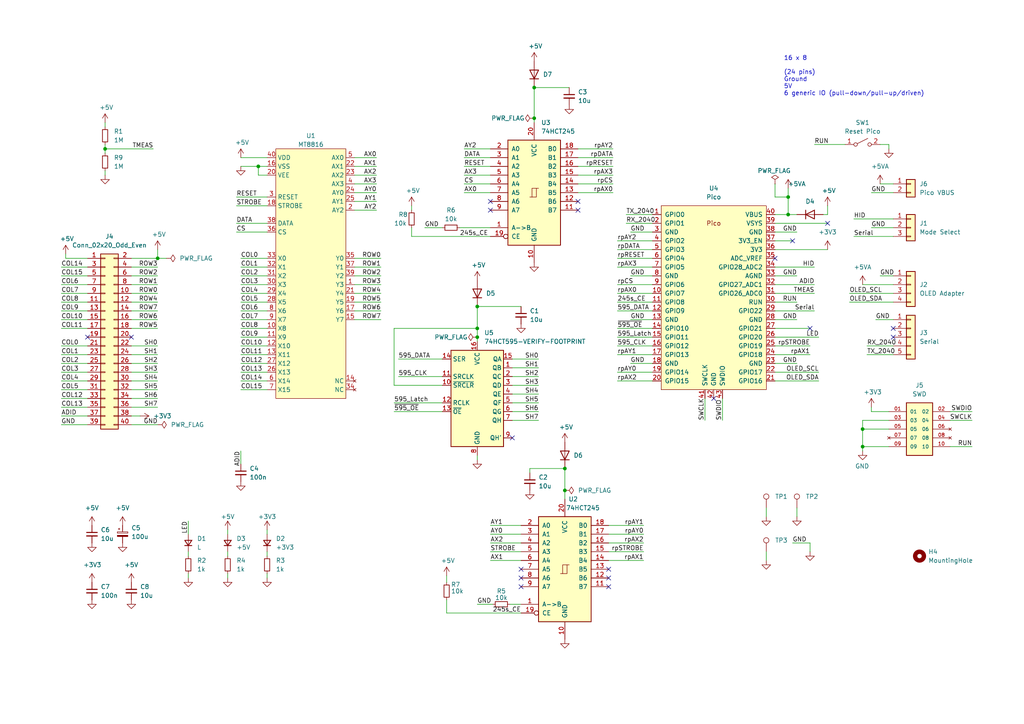
<source format=kicad_sch>
(kicad_sch (version 20211123) (generator eeschema)
  (paper "A4")
  (junction (at 45.72 74.93))
  (junction (at 138.43 88.9))
  (junction (at 228.6 57.15))
  (junction (at 154.94 34.29))
  (junction (at 30.48 43.18))
  (junction (at 250.19 129.54))
  (junction (at 163.83 142.24))
  (junction (at 250.19 124.46))
  (junction (at 228.6 62.23))
  (junction (at 154.94 25.4))
  (junction (at 74.93 48.26))
  (junction (at 138.43 97.79))
  (junction (at 138.43 95.25))
  (junction (at 163.83 135.89))
  (no_connect (at 259.08 97.79))
  (no_connect (at 259.08 95.25))
  (no_connect (at 38.1 97.79))
  (no_connect (at 25.4 97.79))
  (no_connect (at 240.03 64.77))
  (no_connect (at 234.95 95.25))
  (no_connect (at 229.87 69.85))
  (no_connect (at 224.79 74.93))
  (no_connect (at 148.59 127))
  (no_connect (at 151.13 167.64))
  (no_connect (at 151.13 170.18))
  (no_connect (at 151.13 165.1))
  (no_connect (at 176.53 165.1))
  (no_connect (at 176.53 170.18))
  (no_connect (at 176.53 167.64))
  (no_connect (at 167.64 58.42))
  (no_connect (at 167.64 60.96))
  (no_connect (at 142.24 60.96))
  (no_connect (at 142.24 58.42))
  (no_connect (at 207.01 115.57))
  (wire (pts (xy 224.79 107.95) (xy 237.49 107.95)))
  (wire (pts (xy 186.69 154.94) (xy 176.53 154.94)))
  (wire (pts (xy 148.59 114.3) (xy 156.21 114.3)))
  (wire (pts (xy 177.8 45.72) (xy 167.64 45.72)))
  (wire (pts (xy 69.85 45.72) (xy 77.47 45.72)))
  (wire (pts (xy 69.85 80.01) (xy 77.47 80.01)))
  (wire (pts (xy 77.47 160.02) (xy 77.47 161.29)))
  (wire (pts (xy 54.61 166.37) (xy 54.61 167.64)))
  (wire (pts (xy 148.59 119.38) (xy 156.21 119.38)))
  (wire (pts (xy 17.78 118.11) (xy 25.4 118.11)))
  (wire (pts (xy 102.87 87.63) (xy 110.49 87.63)))
  (wire (pts (xy 114.3 119.38) (xy 128.27 119.38)))
  (wire (pts (xy 179.07 102.87) (xy 189.23 102.87)))
  (wire (pts (xy 250.19 124.46) (xy 257.81 124.46)))
  (wire (pts (xy 224.79 64.77) (xy 240.03 64.77)))
  (wire (pts (xy 142.24 160.02) (xy 151.13 160.02)))
  (wire (pts (xy 204.47 115.57) (xy 204.47 121.92)))
  (wire (pts (xy 74.93 50.8) (xy 74.93 48.26)))
  (wire (pts (xy 134.62 50.8) (xy 142.24 50.8)))
  (wire (pts (xy 186.69 157.48) (xy 176.53 157.48)))
  (wire (pts (xy 119.38 66.04) (xy 119.38 68.58)))
  (wire (pts (xy 38.1 92.71) (xy 45.72 92.71)))
  (wire (pts (xy 179.07 87.63) (xy 189.23 87.63)))
  (wire (pts (xy 69.85 87.63) (xy 77.47 87.63)))
  (wire (pts (xy 153.67 135.89) (xy 163.83 135.89)))
  (wire (pts (xy 234.95 100.33) (xy 224.79 100.33)))
  (wire (pts (xy 182.88 92.71) (xy 189.23 92.71)))
  (wire (pts (xy 177.8 55.88) (xy 167.64 55.88)))
  (wire (pts (xy 69.85 110.49) (xy 77.47 110.49)))
  (wire (pts (xy 17.78 102.87) (xy 25.4 102.87)))
  (wire (pts (xy 69.85 107.95) (xy 77.47 107.95)))
  (wire (pts (xy 114.3 116.84) (xy 128.27 116.84)))
  (wire (pts (xy 177.8 53.34) (xy 167.64 53.34)))
  (wire (pts (xy 17.78 80.01) (xy 25.4 80.01)))
  (wire (pts (xy 38.1 118.11) (xy 45.72 118.11)))
  (wire (pts (xy 228.6 57.15) (xy 228.6 62.23)))
  (wire (pts (xy 234.95 160.02) (xy 234.95 157.48)))
  (wire (pts (xy 38.1 107.95) (xy 45.72 107.95)))
  (wire (pts (xy 68.58 67.31) (xy 77.47 67.31)))
  (wire (pts (xy 102.87 58.42) (xy 109.22 58.42)))
  (wire (pts (xy 45.72 123.19) (xy 38.1 123.19)))
  (wire (pts (xy 142.24 152.4) (xy 151.13 152.4)))
  (wire (pts (xy 154.94 25.4) (xy 154.94 34.29)))
  (wire (pts (xy 102.87 74.93) (xy 110.49 74.93)))
  (wire (pts (xy 275.59 119.38) (xy 281.94 119.38)))
  (wire (pts (xy 153.67 137.16) (xy 153.67 135.89)))
  (wire (pts (xy 231.14 80.01) (xy 224.79 80.01)))
  (wire (pts (xy 138.43 132.08) (xy 138.43 133.35)))
  (wire (pts (xy 69.85 113.03) (xy 77.47 113.03)))
  (wire (pts (xy 179.07 110.49) (xy 189.23 110.49)))
  (wire (pts (xy 179.07 100.33) (xy 189.23 100.33)))
  (wire (pts (xy 228.6 54.61) (xy 228.6 57.15)))
  (wire (pts (xy 181.61 62.23) (xy 189.23 62.23)))
  (wire (pts (xy 186.69 152.4) (xy 176.53 152.4)))
  (wire (pts (xy 119.38 59.69) (xy 119.38 60.96)))
  (wire (pts (xy 236.22 77.47) (xy 224.79 77.47)))
  (wire (pts (xy 38.1 87.63) (xy 45.72 87.63)))
  (wire (pts (xy 38.1 74.93) (xy 45.72 74.93)))
  (wire (pts (xy 250.19 82.55) (xy 259.08 82.55)))
  (wire (pts (xy 102.87 92.71) (xy 110.49 92.71)))
  (wire (pts (xy 123.19 66.04) (xy 128.27 66.04)))
  (wire (pts (xy 224.79 90.17) (xy 236.22 90.17)))
  (wire (pts (xy 179.07 82.55) (xy 189.23 82.55)))
  (wire (pts (xy 138.43 95.25) (xy 114.3 95.25)))
  (wire (pts (xy 30.48 43.18) (xy 44.45 43.18)))
  (wire (pts (xy 129.54 167.005) (xy 129.54 168.91)))
  (wire (pts (xy 17.78 77.47) (xy 25.4 77.47)))
  (wire (pts (xy 179.07 90.17) (xy 189.23 90.17)))
  (wire (pts (xy 177.8 48.26) (xy 167.64 48.26)))
  (wire (pts (xy 38.1 115.57) (xy 45.72 115.57)))
  (wire (pts (xy 19.05 74.93) (xy 19.05 73.66)))
  (wire (pts (xy 250.19 121.92) (xy 250.19 124.46)))
  (wire (pts (xy 102.87 48.26) (xy 109.22 48.26)))
  (wire (pts (xy 17.78 110.49) (xy 25.4 110.49)))
  (wire (pts (xy 250.19 124.46) (xy 250.19 129.54)))
  (wire (pts (xy 17.78 113.03) (xy 25.4 113.03)))
  (wire (pts (xy 240.03 62.23) (xy 238.76 62.23)))
  (wire (pts (xy 224.79 62.23) (xy 228.6 62.23)))
  (wire (pts (xy 45.72 72.39) (xy 45.72 74.93)))
  (wire (pts (xy 247.65 63.5) (xy 259.08 63.5)))
  (wire (pts (xy 30.48 49.53) (xy 30.48 50.8)))
  (wire (pts (xy 148.59 121.92) (xy 156.21 121.92)))
  (wire (pts (xy 179.07 85.09) (xy 189.23 85.09)))
  (wire (pts (xy 147.955 175.26) (xy 151.13 175.26)))
  (wire (pts (xy 177.8 50.8) (xy 167.64 50.8)))
  (wire (pts (xy 38.1 110.49) (xy 45.72 110.49)))
  (wire (pts (xy 38.1 120.65) (xy 40.64 120.65)))
  (wire (pts (xy 247.65 68.58) (xy 259.08 68.58)))
  (wire (pts (xy 255.27 80.01) (xy 259.08 80.01)))
  (wire (pts (xy 128.27 111.76) (xy 114.3 111.76)))
  (wire (pts (xy 66.04 166.37) (xy 66.04 167.64)))
  (wire (pts (xy 163.83 135.89) (xy 163.83 142.24)))
  (wire (pts (xy 224.79 72.39) (xy 240.03 72.39)))
  (wire (pts (xy 275.59 121.92) (xy 281.94 121.92)))
  (wire (pts (xy 69.85 74.93) (xy 77.47 74.93)))
  (wire (pts (xy 30.48 41.91) (xy 30.48 43.18)))
  (wire (pts (xy 17.78 105.41) (xy 25.4 105.41)))
  (wire (pts (xy 54.61 160.02) (xy 54.61 161.29)))
  (wire (pts (xy 182.88 80.01) (xy 189.23 80.01)))
  (wire (pts (xy 255.27 41.91) (xy 257.81 41.91)))
  (wire (pts (xy 229.87 157.48) (xy 234.95 157.48)))
  (wire (pts (xy 138.43 175.26) (xy 142.875 175.26)))
  (wire (pts (xy 142.24 162.56) (xy 151.13 162.56)))
  (wire (pts (xy 69.85 100.33) (xy 77.47 100.33)))
  (wire (pts (xy 148.59 116.84) (xy 156.21 116.84)))
  (wire (pts (xy 231.14 92.71) (xy 224.79 92.71)))
  (wire (pts (xy 189.23 69.85) (xy 179.07 69.85)))
  (wire (pts (xy 25.4 120.65) (xy 17.78 120.65)))
  (wire (pts (xy 69.85 97.79) (xy 77.47 97.79)))
  (wire (pts (xy 234.95 102.87) (xy 224.79 102.87)))
  (wire (pts (xy 102.87 45.72) (xy 109.22 45.72)))
  (wire (pts (xy 69.85 77.47) (xy 77.47 77.47)))
  (wire (pts (xy 74.93 50.8) (xy 77.47 50.8)))
  (wire (pts (xy 251.46 100.33) (xy 259.08 100.33)))
  (wire (pts (xy 142.24 154.94) (xy 151.13 154.94)))
  (wire (pts (xy 38.1 102.87) (xy 45.72 102.87)))
  (wire (pts (xy 154.94 25.4) (xy 165.1 25.4)))
  (wire (pts (xy 38.1 105.41) (xy 45.72 105.41)))
  (wire (pts (xy 54.61 151.13) (xy 54.61 154.94)))
  (wire (pts (xy 134.62 45.72) (xy 142.24 45.72)))
  (wire (pts (xy 115.57 109.22) (xy 128.27 109.22)))
  (wire (pts (xy 179.07 72.39) (xy 189.23 72.39)))
  (wire (pts (xy 231.14 105.41) (xy 224.79 105.41)))
  (wire (pts (xy 30.48 35.56) (xy 30.48 36.83)))
  (wire (pts (xy 102.87 90.17) (xy 110.49 90.17)))
  (wire (pts (xy 224.79 97.79) (xy 237.49 97.79)))
  (wire (pts (xy 17.78 85.09) (xy 25.4 85.09)))
  (wire (pts (xy 102.87 77.47) (xy 110.49 77.47)))
  (wire (pts (xy 38.1 85.09) (xy 45.72 85.09)))
  (wire (pts (xy 69.85 48.26) (xy 74.93 48.26)))
  (wire (pts (xy 257.81 41.91) (xy 257.81 43.18)))
  (wire (pts (xy 68.58 59.69) (xy 77.47 59.69)))
  (wire (pts (xy 102.87 85.09) (xy 110.49 85.09)))
  (wire (pts (xy 148.59 111.76) (xy 156.21 111.76)))
  (wire (pts (xy 257.81 119.38) (xy 252.73 119.38)))
  (wire (pts (xy 142.24 157.48) (xy 151.13 157.48)))
  (wire (pts (xy 69.85 85.09) (xy 77.47 85.09)))
  (wire (pts (xy 102.87 80.01) (xy 110.49 80.01)))
  (wire (pts (xy 250.19 129.54) (xy 250.19 130.81)))
  (wire (pts (xy 182.88 105.41) (xy 189.23 105.41)))
  (wire (pts (xy 236.22 41.91) (xy 245.11 41.91)))
  (wire (pts (xy 148.59 109.22) (xy 156.21 109.22)))
  (wire (pts (xy 154.94 34.29) (xy 154.94 35.56)))
  (wire (pts (xy 224.79 69.85) (xy 229.87 69.85)))
  (wire (pts (xy 224.79 87.63) (xy 231.14 87.63)))
  (wire (pts (xy 182.88 67.31) (xy 189.23 67.31)))
  (wire (pts (xy 17.78 115.57) (xy 25.4 115.57)))
  (wire (pts (xy 17.78 107.95) (xy 25.4 107.95)))
  (wire (pts (xy 189.23 77.47) (xy 179.07 77.47)))
  (wire (pts (xy 179.07 74.93) (xy 189.23 74.93)))
  (wire (pts (xy 222.25 147.32) (xy 222.25 149.86)))
  (wire (pts (xy 255.27 53.34) (xy 259.08 53.34)))
  (wire (pts (xy 17.78 100.33) (xy 25.4 100.33)))
  (wire (pts (xy 259.08 85.09) (xy 246.38 85.09)))
  (wire (pts (xy 138.43 97.79) (xy 138.43 99.06)))
  (wire (pts (xy 224.79 53.34) (xy 224.79 57.15)))
  (wire (pts (xy 17.78 92.71) (xy 25.4 92.71)))
  (wire (pts (xy 38.1 77.47) (xy 45.72 77.47)))
  (wire (pts (xy 38.1 95.25) (xy 45.72 95.25)))
  (wire (pts (xy 45.72 74.93) (xy 48.26 74.93)))
  (wire (pts (xy 66.04 160.02) (xy 66.04 161.29)))
  (wire (pts (xy 25.4 74.93) (xy 19.05 74.93)))
  (wire (pts (xy 148.59 106.68) (xy 156.21 106.68)))
  (wire (pts (xy 236.22 82.55) (xy 224.79 82.55)))
  (wire (pts (xy 148.59 104.14) (xy 156.21 104.14)))
  (wire (pts (xy 68.58 57.15) (xy 77.47 57.15)))
  (wire (pts (xy 250.19 129.54) (xy 257.81 129.54)))
  (wire (pts (xy 224.79 85.09) (xy 236.22 85.09)))
  (wire (pts (xy 231.14 147.32) (xy 231.14 149.86)))
  (wire (pts (xy 69.85 95.25) (xy 77.47 95.25)))
  (wire (pts (xy 102.87 60.96) (xy 109.22 60.96)))
  (wire (pts (xy 38.1 100.33) (xy 45.72 100.33)))
  (wire (pts (xy 259.08 87.63) (xy 246.38 87.63)))
  (wire (pts (xy 38.1 80.01) (xy 45.72 80.01)))
  (wire (pts (xy 38.1 113.03) (xy 45.72 113.03)))
  (wire (pts (xy 179.07 107.95) (xy 189.23 107.95)))
  (wire (pts (xy 224.79 57.15) (xy 228.6 57.15)))
  (wire (pts (xy 114.3 95.25) (xy 114.3 111.76)))
  (wire (pts (xy 252.73 66.04) (xy 259.08 66.04)))
  (wire (pts (xy 177.8 43.18) (xy 167.64 43.18)))
  (wire (pts (xy 209.55 115.57) (xy 209.55 121.92)))
  (wire (pts (xy 77.47 153.67) (xy 77.47 154.94)))
  (wire (pts (xy 252.73 55.88) (xy 259.08 55.88)))
  (wire (pts (xy 69.85 82.55) (xy 77.47 82.55)))
  (wire (pts (xy 186.69 162.56) (xy 176.53 162.56)))
  (wire (pts (xy 134.62 55.88) (xy 142.24 55.88)))
  (wire (pts (xy 134.62 53.34) (xy 142.24 53.34)))
  (wire (pts (xy 251.46 102.87) (xy 259.08 102.87)))
  (wire (pts (xy 186.69 160.02) (xy 176.53 160.02)))
  (wire (pts (xy 179.07 97.79) (xy 189.23 97.79)))
  (wire (pts (xy 77.47 166.37) (xy 77.47 167.64)))
  (wire (pts (xy 129.54 173.99) (xy 129.54 177.8)))
  (wire (pts (xy 228.6 62.23) (xy 231.14 62.23)))
  (wire (pts (xy 38.1 82.55) (xy 45.72 82.55)))
  (wire (pts (xy 68.58 64.77) (xy 77.47 64.77)))
  (wire (pts (xy 254 92.71) (xy 259.08 92.71)))
  (wire (pts (xy 163.83 142.24) (xy 163.83 144.78)))
  (wire (pts (xy 222.25 160.02) (xy 222.25 162.56)))
  (wire (pts (xy 224.79 110.49) (xy 237.49 110.49)))
  (wire (pts (xy 231.14 67.31) (xy 224.79 67.31)))
  (wire (pts (xy 224.79 95.25) (xy 234.95 95.25)))
  (wire (pts (xy 102.87 53.34) (xy 109.22 53.34)))
  (wire (pts (xy 17.78 82.55) (xy 25.4 82.55)))
  (wire (pts (xy 119.38 68.58) (xy 142.24 68.58)))
  (wire (pts (xy 138.43 88.9) (xy 151.13 88.9)))
  (wire (pts (xy 66.04 153.67) (xy 66.04 154.94)))
  (wire (pts (xy 17.78 90.17) (xy 25.4 90.17)))
  (wire (pts (xy 69.85 102.87) (xy 77.47 102.87)))
  (wire (pts (xy 17.78 87.63) (xy 25.4 87.63)))
  (wire (pts (xy 138.43 95.25) (xy 138.43 97.79)))
  (wire (pts (xy 134.62 43.18) (xy 142.24 43.18)))
  (wire (pts (xy 179.07 95.25) (xy 189.23 95.25)))
  (wire (pts (xy 134.62 48.26) (xy 142.24 48.26)))
  (wire (pts (xy 69.85 92.71) (xy 77.47 92.71)))
  (wire (pts (xy 17.78 123.19) (xy 25.4 123.19)))
  (wire (pts (xy 133.35 66.04) (xy 142.24 66.04)))
  (wire (pts (xy 102.87 82.55) (xy 110.49 82.55)))
  (wire (pts (xy 129.54 177.8) (xy 151.13 177.8)))
  (wire (pts (xy 102.87 55.88) (xy 109.22 55.88)))
  (wire (pts (xy 115.57 104.14) (xy 128.27 104.14)))
  (wire (pts (xy 38.1 90.17) (xy 45.72 90.17)))
  (wire (pts (xy 252.73 119.38) (xy 252.73 118.11)))
  (wire (pts (xy 69.85 90.17) (xy 77.47 90.17)))
  (wire (pts (xy 275.59 129.54) (xy 281.94 129.54)))
  (wire (pts (xy 181.61 64.77) (xy 189.23 64.77)))
  (wire (pts (xy 250.19 121.92) (xy 257.81 121.92)))
  (wire (pts (xy 240.03 59.69) (xy 240.03 62.23)))
  (wire (pts (xy 74.93 48.26) (xy 77.47 48.26)))
  (wire (pts (xy 17.78 95.25) (xy 25.4 95.25)))
  (wire (pts (xy 69.85 105.41) (xy 77.47 105.41)))
  (wire (pts (xy 102.87 50.8) (xy 109.22 50.8)))
  (wire (pts (xy 69.85 130.81) (xy 69.85 134.62)))
  (wire (pts (xy 138.43 88.9) (xy 138.43 95.25)))
  (wire (pts (xy 30.48 43.18) (xy 30.48 44.45)))
  (text "16 x 8  \n\n(24 pins)\nGround\n5V\n6 generic IO (pull-down/pull-up/driven)" (at 227.33 27.94 0) (effects (font (size 1.27 1.27)) (justify left bottom)))
  (text "* MT8816 selectable power between target and Pico\n* Buffers selectable power\n" (at 306.07 69.85 0) (effects (font (size 1.27 1.27)) (justify left bottom)))
  (label "AX1" (at 142.24 162.56 0))
  (label "COL9" (at 17.78 90.17 0))
  (label "COL15" (at 69.85 113.03 0))
  (label "COL2" (at 69.85 80.01 0))
  (label "GND" (at 182.88 92.71 0))
  (label "SH7" (at 156.21 121.92 180))
  (label "rpAX1" (at 234.95 102.87 180))
  (label "GND" (at 252.73 66.04 0))
  (label "rpCS" (at 177.8 53.34 180))
  (label "COL9" (at 69.85 97.79 0))
  (label "rpDATA" (at 179.07 72.39 0))
  (label "ROW2" (at 110.49 80.01 180))
  (label "rpAX2" (at 186.69 157.48 180))
  (label "COL12" (at 69.85 105.41 0))
  (label "rpAX3" (at 179.07 77.47 0))
  (label "COL13" (at 17.78 118.11 0))
  (label "ROW7" (at 45.72 90.17 180))
  (label "GND" (at 231.14 80.01 180))
  (label "rpAY1" (at 179.07 102.87 0))
  (label "rpCS" (at 179.07 82.55 0))
  (label "DATA" (at 68.58 64.77 0))
  (label "SH6" (at 156.21 119.38 180))
  (label "SH5" (at 45.72 113.03 180))
  (label "GND" (at 252.73 55.88 0))
  (label "COL10" (at 17.78 92.71 0))
  (label "rpSTROBE" (at 186.69 160.02 180))
  (label "595_Latch" (at 114.3 116.84 0))
  (label "ROW0" (at 45.72 85.09 180))
  (label "RUN" (at 281.94 129.54 180))
  (label "rpAY0" (at 179.07 107.95 0))
  (label "ROW1" (at 110.49 77.47 180))
  (label "SH4" (at 45.72 110.49 180))
  (label "AX3" (at 134.62 50.8 0))
  (label "OLED_SCL" (at 246.38 85.09 0))
  (label "AY0" (at 109.22 55.88 180))
  (label "RESET" (at 134.62 48.26 0))
  (label "SH3" (at 156.21 111.76 180))
  (label "ADID" (at 69.85 130.81 270))
  (label "ROW1" (at 45.72 82.55 180))
  (label "COL8" (at 69.85 95.25 0))
  (label "COL13" (at 69.85 107.95 0))
  (label "GND" (at 182.88 67.31 0))
  (label "SH7" (at 45.72 118.11 180))
  (label "rpAY2" (at 177.8 43.18 180))
  (label "RUN" (at 236.22 41.91 0))
  (label "595_CLK" (at 179.07 100.33 0))
  (label "COL15" (at 17.78 80.01 0))
  (label "AY0" (at 142.24 154.94 0))
  (label "Serial" (at 247.65 68.58 0))
  (label "COL3" (at 17.78 107.95 0))
  (label "SH1" (at 156.21 106.68 180))
  (label "SH3" (at 45.72 107.95 180))
  (label "CS" (at 68.58 67.31 0))
  (label "rpAY1" (at 186.69 152.4 180))
  (label "245s_CE" (at 179.07 87.63 0))
  (label "ROW6" (at 110.49 90.17 180))
  (label "COL6" (at 17.78 82.55 0))
  (label "TMEAS" (at 236.22 85.09 180))
  (label "AY1" (at 109.22 58.42 180))
  (label "AX1" (at 109.22 48.26 180))
  (label "595_Latch" (at 179.07 97.79 0))
  (label "TMEAS" (at 44.45 43.18 180))
  (label "OLED_SDA" (at 246.38 87.63 0))
  (label "COL11" (at 69.85 102.87 0))
  (label "COL3" (at 69.85 82.55 0))
  (label "rpAX1" (at 186.69 162.56 180))
  (label "SH2" (at 45.72 105.41 180))
  (label "ROW0" (at 110.49 74.93 180))
  (label "COL7" (at 69.85 92.71 0))
  (label "AX0" (at 109.22 45.72 180))
  (label "COL5" (at 69.85 87.63 0))
  (label "RX_2040" (at 181.61 64.77 0))
  (label "SH6" (at 45.72 115.57 180))
  (label "SH5" (at 156.21 116.84 180))
  (label "AY2" (at 134.62 43.18 0))
  (label "SH0" (at 45.72 100.33 180))
  (label "RUN" (at 231.14 87.63 180))
  (label "COL2" (at 17.78 105.41 0))
  (label "GND" (at 45.72 123.19 180))
  (label "ADID" (at 17.78 120.65 0))
  (label "GND" (at 182.88 105.41 0))
  (label "GND" (at 231.14 92.71 180))
  (label "rpAX0" (at 179.07 85.09 0))
  (label "ROW2" (at 45.72 80.01 180))
  (label "STROBE" (at 142.24 160.02 0))
  (label "rpRESET" (at 177.8 48.26 180))
  (label "COL4" (at 17.78 110.49 0))
  (label "COL14" (at 17.78 77.47 0))
  (label "COL10" (at 69.85 100.33 0))
  (label "245s_CE" (at 133.35 68.58 0))
  (label "LED" (at 237.49 97.79 180))
  (label "COL0" (at 17.78 100.33 0))
  (label "TX_2040" (at 251.46 102.87 0))
  (label "ROW5" (at 110.49 87.63 180))
  (label "rpAY0" (at 186.69 154.94 180))
  (label "AX3" (at 109.22 53.34 180))
  (label "COL5" (at 17.78 113.03 0))
  (label "595_CLK" (at 115.57 109.22 0))
  (label "TX_2040" (at 181.61 62.23 0))
  (label "rpAX0" (at 177.8 55.88 180))
  (label "HID" (at 236.22 77.47 180))
  (label "HID" (at 247.65 63.5 0))
  (label "rpDATA" (at 177.8 45.72 180))
  (label "SH0" (at 156.21 104.14 180))
  (label "GND" (at 229.87 157.48 0))
  (label "ROW6" (at 45.72 92.71 180))
  (label "COL8" (at 17.78 87.63 0))
  (label "COL7" (at 17.78 85.09 0))
  (label "COL1" (at 17.78 102.87 0))
  (label "GND" (at 231.14 67.31 180))
  (label "CS" (at 134.62 53.34 0))
  (label "SH4" (at 156.21 114.3 180))
  (label "ROW5" (at 45.72 95.25 180))
  (label "GND" (at 254 92.71 0))
  (label "OLED_SDA" (at 237.49 110.49 180))
  (label "AX0" (at 134.62 55.88 0))
  (label "COL14" (at 69.85 110.49 0))
  (label "~{595_OE}" (at 114.3 119.38 0))
  (label "rpSTROBE" (at 234.95 100.33 180))
  (label "SWDIO" (at 281.94 119.38 180))
  (label "245s_CE" (at 142.875 177.8 0))
  (label "GND" (at 138.43 175.26 0))
  (label "GND" (at 123.19 66.04 0))
  (label "GND" (at 17.78 123.19 0))
  (label "ROW7" (at 110.49 92.71 180))
  (label "AX2" (at 142.24 157.48 0))
  (label "rpAX3" (at 177.8 50.8 180))
  (label "STROBE" (at 68.58 59.69 0))
  (label "AY1" (at 142.24 152.4 0))
  (label "ROW4" (at 45.72 87.63 180))
  (label "COL0" (at 69.85 74.93 0))
  (label "GND" (at 182.88 80.01 0))
  (label "ROW4" (at 110.49 85.09 180))
  (label "595_DATA" (at 179.07 90.17 0))
  (label "COL6" (at 69.85 90.17 0))
  (label "COL11" (at 17.78 95.25 0))
  (label "ADID" (at 236.22 82.55 180))
  (label "~{595_OE}" (at 179.07 95.25 0))
  (label "COL1" (at 69.85 77.47 0))
  (label "Serial" (at 236.22 90.17 180))
  (label "rpAX2" (at 179.07 110.49 0))
  (label "DATA" (at 134.62 45.72 0))
  (label "RX_2040" (at 251.46 100.33 0))
  (label "AX2" (at 109.22 50.8 180))
  (label "AY2" (at 109.22 60.96 180))
  (label "SWCLK" (at 281.94 121.92 180))
  (label "COL4" (at 69.85 85.09 0))
  (label "ROW3" (at 45.72 77.47 180))
  (label "GND" (at 255.27 80.01 0))
  (label "COL12" (at 17.78 115.57 0))
  (label "SH2" (at 156.21 109.22 180))
  (label "ROW3" (at 110.49 82.55 180))
  (label "595_DATA" (at 115.57 104.14 0))
  (label "LED" (at 54.61 151.13 270))
  (label "OLED_SCL" (at 237.49 107.95 180))
  (label "SWCLK" (at 204.47 121.92 90))
  (label "SH1" (at 45.72 102.87 180))
  (label "SWDIO" (at 209.55 121.92 90))
  (label "rpRESET" (at 179.07 74.93 0))
  (label "rpAY2" (at 179.07 69.85 0))
  (label "RESET" (at 68.58 57.15 0))
  (label "GND" (at 231.14 105.41 180))
  (symbol (lib_id "power:+3V3") (at 40.64 120.65 270) (unit 1)
    (property "Reference" "#PWR0140" (effects hide))
    (property "Value" "+3V3" (at 44.45 120.6499 90) (effects (justify left)))
  )
  (symbol (lib_id "power:GND") (at 38.1 173.99 0) (mirror y) (unit 1)
    (property "Reference" "#PWR0129" (effects hide))
    (property "Value" "GND" (effects hide))
  )
  (symbol (lib_id "power:PWR_FLAG") (at 45.72 123.19 270) (unit 1)
    (property "Reference" "#FLG0102" (effects hide))
    (property "Value" "PWR_FLAG" (at 49.53 123.1899 90) (effects (justify left)))
  )
  (symbol (lib_id "power:GND") (at 234.95 160.02 0) (mirror y) (unit 1)
    (property "Reference" "#PWR0114" (effects hide))
    (property "Value" "GND" (effects hide))
  )
  (symbol (lib_id "power:+5V") (at 45.72 72.39 0) (unit 1)
    (property "Reference" "#PWR0136" (effects hide))
    (property "Value" "+5V" (at 46.101 67.9958 0))
  )
  (symbol (lib_id "power:PWR_FLAG") (at 138.43 97.79 90) (unit 1)
    (property "Reference" "#FLG0106" (effects hide))
    (property "Value" "PWR_FLAG" (at 130.81 97.79 90))
  )
  (symbol (lib_id "My Library:R_0805") (at 66.04 163.83 0) (unit 1)
    (property "Reference" "R4" (at 68.58 162.5599 0) (effects (justify left)))
    (property "Value" "1k" (at 68.58 165.0999 0) (effects (justify left)))
    (property "Footprint" "Resistor_SMD:R_0805_2012Metric" (effects hide))
  )
  (symbol (lib_id "74xx:74HC245") (at 154.94 55.88 0) (unit 1)
    (property "Reference" "U3" (at 156.9594 35.56 0) (effects (justify left)))
    (property "Value" "74HCT245" (at 156.9594 38.1 0) (effects (justify left)))
    (property "Footprint" "Package_SO:SOIC-20W_7.5x12.8mm_P1.27mm" (effects hide))
    (property "Datasheet" "http://www.ti.com/lit/gpn/sn74HC245" (effects hide))
  )
  (symbol (lib_id "power:+3V3") (at 26.67 168.91 0) (unit 1)
    (property "Reference" "#PWR0121" (effects hide))
    (property "Value" "+3V3" (at 24.13 163.83 0) (effects (justify left)))
  )
  (symbol (lib_id "My Library:C_0805") (at 151.13 91.44 0) (unit 1)
    (property "Reference" "C1" (at 153.67 90.1762 0) (effects (justify left)))
    (property "Value" "10u" (at 153.67 92.7162 0) (effects (justify left)))
    (property "Footprint" "Capacitor_SMD:C_0805_2012Metric" (effects hide))
  )
  (symbol (lib_id "My Library:R_0805") (at 77.47 163.83 0) (unit 1)
    (property "Reference" "R3" (at 80.01 162.5599 0) (effects (justify left)))
    (property "Value" "1k" (at 80.01 165.0999 0) (effects (justify left)))
    (property "Footprint" "Resistor_SMD:R_0805_2012Metric" (effects hide))
  )
  (symbol (lib_id "My Library:D_1206") (at 54.61 157.48 90) (unit 1)
    (property "Reference" "D1" (at 57.15 156.2099 90) (effects (justify right)))
    (property "Value" "L" (at 57.15 158.7499 90) (effects (justify right)))
    (property "Footprint" "LED_SMD:LED_1206_3216Metric" (effects hide))
  )
  (symbol (lib_id "power:+5V") (at 19.05 73.66 0) (unit 1)
    (property "Reference" "#PWR0141" (effects hide))
    (property "Value" "+5V" (at 19.431 69.2658 0))
  )
  (symbol (lib_id "power:GND") (at 26.67 173.99 0) (mirror y) (unit 1)
    (property "Reference" "#PWR0122" (effects hide))
    (property "Value" "GND" (effects hide))
  )
  (symbol (lib_id "My Library:C_0805") (at 69.85 137.16 0) (unit 1)
    (property "Reference" "C4" (at 72.39 135.8962 0) (effects (justify left)))
    (property "Value" "100n" (at 72.39 138.4362 0) (effects (justify left)))
    (property "Footprint" "Capacitor_SMD:C_0805_2012Metric" (effects hide))
  )
  (symbol (lib_id "My Library:C_0805") (at 26.67 171.45 0) (unit 1)
    (property "Reference" "C7" (at 29.21 170.1862 0) (effects (justify left)))
    (property "Value" "100n" (at 29.21 172.7262 0) (effects (justify left)))
    (property "Footprint" "Capacitor_SMD:C_0805_2012Metric" (effects hide))
  )
  (symbol (lib_id "Connector_Generic:Conn_01x05") (at 264.16 97.79 0) (unit 1)
    (property "Reference" "J3" (at 266.7 96.5199 0) (effects (justify left)))
    (property "Value" "Serial" (at 266.7 99.0599 0) (effects (justify left)))
    (property "Footprint" "Connector_PinHeader_2.54mm:PinHeader_1x05_P2.54mm_Vertical" (effects hide))
  )
  (symbol (lib_id "My Library:C_0805") (at 38.1 171.45 0) (unit 1)
    (property "Reference" "C8" (at 40.64 170.1862 0) (effects (justify left)))
    (property "Value" "10u" (at 40.64 172.7262 0) (effects (justify left)))
    (property "Footprint" "Capacitor_SMD:C_0805_2012Metric" (effects hide))
  )
  (symbol (lib_id "Connector_Generic:Conn_02x20_Odd_Even") (at 30.48 97.79 0) (unit 1)
    (property "Reference" "J4" (at 31.75 68.58 0))
    (property "Value" "Conn_02x20_Odd_Even" (at 31.75 71.12 0))
    (property "Footprint" "Connector_PinHeader_2.54mm:PinHeader_2x20_P2.54mm_Vertical" (effects hide))
  )
  (symbol (lib_id "power:+5V") (at 30.48 35.56 0) (unit 1)
    (property "Reference" "#PWR0137" (effects hide))
    (property "Value" "+5V" (at 30.861 31.1658 0))
  )
  (symbol (lib_id "power:+5VA") (at 228.6 54.61 0) (unit 1)
    (property "Reference" "#PWR0104" (effects hide))
    (property "Value" "+5VA" (at 231.14 53.34 0))
  )
  (symbol (lib_id "power:+5V") (at 35.56 152.4 0) (unit 1)
    (property "Reference" "#PWR0118" (effects hide))
    (property "Value" "+5V" (at 35.56 147.32 0))
  )
  (symbol (lib_id "power:GND") (at 154.94 76.2 0) (mirror y) (unit 1)
    (property "Reference" "#PWR0127" (effects hide))
    (property "Value" "GND" (effects hide))
  )
  (symbol (lib_id "My Library:R_0805") (at 30.48 46.99 0) (unit 1)
    (property "Reference" "R9" (at 33.02 45.7199 0) (effects (justify left)))
    (property "Value" "1M" (at 33.02 48.2599 0) (effects (justify left)))
    (property "Footprint" "Resistor_SMD:R_0805_2012Metric" (effects hide))
  )
  (symbol (lib_id "power:+3.3V") (at 252.73 118.11 0) (unit 1)
    (property "Reference" "#PWR010" (effects hide))
    (property "Value" "+3.3V" (at 253.111 113.7158 0))
  )
  (symbol (lib_id "power:GND") (at 231.14 149.86 0) (mirror y) (unit 1)
    (property "Reference" "#PWR04" (effects hide))
    (property "Value" "GND" (effects hide))
  )
  (symbol (lib_id "power:+5V") (at 26.67 152.4 0) (unit 1)
    (property "Reference" "#PWR0110" (effects hide))
    (property "Value" "+5V" (at 26.67 147.32 0))
  )
  (symbol (lib_id "power:+5V") (at 66.04 153.67 0) (unit 1)
    (property "Reference" "#PWR0112" (effects hide))
    (property "Value" "+5V" (at 66.04 149.86 0))
  )
  (symbol (lib_id "Mechanical:MountingHole") (at 266.7 161.29 0) (unit 1)
    (property "Reference" "H4" (at 269.24 160.0199 0) (effects (justify left)))
    (property "Value" "MountingHole" (at 269.24 162.5599 0) (effects (justify left)))
    (property "Footprint" "MountingHole:MountingHole_2.2mm_M2" (effects hide))
  )
  (symbol (lib_id "power:GND") (at 26.67 157.48 0) (mirror y) (unit 1)
    (property "Reference" "#PWR06" (effects hide))
    (property "Value" "GND" (effects hide))
  )
  (symbol (lib_id "FTSH-105-XX-X-DV:FTSH-105-XX-X-DV") (at 266.7 124.46 0) (unit 1)
    (property "Reference" "J5" (at 266.7 111.76 0))
    (property "Value" "SWD" (at 266.7 114.3 0))
    (property "Footprint" "SAMTEC_FTSH-105-XX-X-DV" (effects hide))
    (property "MANUFACTURER" "Samtec" (effects hide))
    (property "STANDARD" "Manufacturer Recommendation" (effects hide))
    (property "PARTREV" "H" (effects hide))
  )
  (symbol (lib_id "power:GND") (at 222.25 149.86 0) (mirror y) (unit 1)
    (property "Reference" "#PWR01" (effects hide))
    (property "Value" "GND" (effects hide))
  )
  (symbol (lib_id "power:+5V") (at 129.54 167.005 0) (unit 1)
    (property "Reference" "#PWR02" (effects hide))
    (property "Value" "+5V" (at 129.921 162.6108 0))
  )
  (symbol (lib_id "Diode:SM4001") (at 163.83 132.08 90) (unit 1)
    (property "Reference" "D6" (at 166.37 132.0799 90) (effects (justify right)))
    (property "Value" "NSVR0320MW2T1G" (effects hide))
    (property "Footprint" "Diode_SMD:D_SOD-323_HandSoldering" (effects hide))
    (property "Datasheet" "https://www.onsemi.com/pdf/datasheet/nsr0320mw2t1-d.pdf" (effects hide))
    (property "Alt" "NSR0320MW2T1G" (effects hide))
    (property "AltAlt" "NSR0320MW2T3G" (effects hide))
  )
  (symbol (lib_id "My Library:R_0805") (at 54.61 163.83 0) (unit 1)
    (property "Reference" "R2" (at 57.15 162.5599 0) (effects (justify left)))
    (property "Value" "1k" (at 57.15 165.0999 0) (effects (justify left)))
    (property "Footprint" "Resistor_SMD:R_0805_2012Metric" (effects hide))
  )
  (symbol (lib_id "74xx:74HC595") (at 138.43 114.3 0) (unit 1)
    (property "Reference" "U5" (at 140.4494 96.52 0) (effects (justify left)))
    (property "Value" "74HCT595-VERIFY-FOOTPRINT" (at 140.4494 99.06 0) (effects (justify left)))
    (property "Footprint" "Package_SO:SO-16_3.9x9.9mm_P1.27mm" (effects hide))
    (property "Datasheet" "http://www.ti.com/lit/ds/symlink/sn74hc595.pdf" (effects hide))
  )
  (symbol (lib_id "power:GND") (at 165.1 30.48 0) (mirror y) (unit 1)
    (property "Reference" "#PWR0119" (effects hide))
    (property "Value" "GND" (effects hide))
  )
  (symbol (lib_id "My Library:TestPoint_Harwin") (at 231.14 147.32 0) (unit 1)
    (property "Reference" "TP2" (at 233.68 144.0179 0) (effects (justify left)))
    (property "Value" "TestPoint_Harwin" (effects hide))
    (property "Footprint" "My Libraries:Harwin-S1751-46-Test-Point" (effects hide))
  )
  (symbol (lib_id "power:PWR_FLAG") (at 224.79 53.34 0) (unit 1)
    (property "Reference" "#FLG0103" (effects hide))
    (property "Value" "PWR_FLAG" (at 219.71 49.53 0) (effects (justify left)))
  )
  (symbol (lib_id "power:+3V3") (at 77.47 153.67 0) (unit 1)
    (property "Reference" "#PWR0130" (effects hide))
    (property "Value" "+3V3" (at 77.47 149.86 0))
  )
  (symbol (lib_id "power:+5V") (at 240.03 59.69 0) (unit 1)
    (property "Reference" "#PWR0124" (effects hide))
    (property "Value" "+5V" (at 240.411 55.2958 0))
  )
  (symbol (lib_id "power:PWR_FLAG") (at 163.83 142.24 270) (unit 1)
    (property "Reference" "#FLG0105" (effects hide))
    (property "Value" "PWR_FLAG" (at 167.64 142.2399 90) (effects (justify left)))
  )
  (symbol (lib_id "My Library:C_0805") (at 165.1 27.94 0) (unit 1)
    (property "Reference" "C3" (at 167.64 26.6762 0) (effects (justify left)))
    (property "Value" "10u" (at 167.64 29.2162 0) (effects (justify left)))
    (property "Footprint" "Capacitor_SMD:C_0805_2012Metric" (effects hide))
  )
  (symbol (lib_id "My Library:R_0805") (at 129.54 171.45 0) (mirror y) (unit 1)
    (property "Reference" "R7" (at 130.81 169.545 0) (effects (justify right)))
    (property "Value" "10k" (at 130.81 171.45 0) (effects (justify right)))
    (property "Footprint" "Resistor_SMD:R_0805_2012Metric" (effects hide))
  )
  (symbol (lib_id "power:GND") (at 151.13 93.98 0) (mirror y) (unit 1)
    (property "Reference" "#PWR0116" (effects hide))
    (property "Value" "GND" (effects hide))
  )
  (symbol (lib_id "power:GND") (at 250.19 130.81 0) (mirror y) (unit 1)
    (property "Reference" "#PWR09" (effects hide))
    (property "Value" "GND" (at 250.063 135.2042 0))
  )
  (symbol (lib_id "power:PWR_FLAG") (at 154.94 34.29 90) (unit 1)
    (property "Reference" "#FLG0104" (effects hide))
    (property "Value" "PWR_FLAG" (at 147.32 34.29 90))
  )
  (symbol (lib_id "My Library:MT8816_40-Pin_DIP") (at 90.17 81.28 0) (unit 1)
    (property "Reference" "U1" (at 90.17 39.37 0))
    (property "Value" "MT8816" (at 90.17 41.91 0))
    (property "Footprint" "Package_DIP:DIP-40_W15.24mm_Socket_LongPads" (effects hide))
    (property "Datasheet" "https://www.microsemi.com/product-directory/analog-cross-point-switches/4920-mt8816#resources" (effects hide))
    (property "MFN" "MT8816AP1" (effects hide))
  )
  (symbol (lib_id "power:GND") (at 69.85 48.26 0) (mirror y) (unit 1)
    (property "Reference" "#PWR0101" (effects hide))
    (property "Value" "GND" (effects hide))
  )
  (symbol (lib_id "power:GND") (at 222.25 162.56 0) (mirror y) (unit 1)
    (property "Reference" "#PWR05" (effects hide))
    (property "Value" "GND" (effects hide))
  )
  (symbol (lib_id "My Library:C_0805") (at 26.67 154.94 0) (unit 1)
    (property "Reference" "C6" (at 29.21 153.6762 0) (effects (justify left)))
    (property "Value" "10u" (at 29.21 156.2162 0) (effects (justify left)))
    (property "Footprint" "Capacitor_SMD:C_0805_2012Metric" (effects hide))
  )
  (symbol (lib_id "power:GND") (at 54.61 167.64 0) (mirror y) (unit 1)
    (property "Reference" "#PWR0128" (effects hide))
    (property "Value" "GND" (effects hide))
  )
  (symbol (lib_id "My Library:D_1206") (at 66.04 157.48 90) (unit 1)
    (property "Reference" "D3" (at 68.58 156.2099 90) (effects (justify right)))
    (property "Value" "+5V" (at 68.58 158.7499 90) (effects (justify right)))
    (property "Footprint" "LED_SMD:LED_1206_3216Metric" (effects hide))
  )
  (symbol (lib_id "Device:C_Polarized_Small") (at 35.56 154.94 0) (unit 1)
    (property "Reference" "C5" (at 38.1 153.1238 0) (effects (justify left)))
    (property "Value" "100u" (at 38.1 155.6638 0) (effects (justify left)))
    (property "Footprint" "Capacitor_THT:CP_Radial_D5.0mm_P2.50mm" (effects hide))
  )
  (symbol (lib_id "power:GND") (at 30.48 50.8 0) (mirror y) (unit 1)
    (property "Reference" "#PWR0139" (effects hide))
    (property "Value" "GND" (effects hide))
  )
  (symbol (lib_id "power:GND") (at 257.81 43.18 0) (mirror y) (unit 1)
    (property "Reference" "#PWR0107" (effects hide))
    (property "Value" "GND" (effects hide))
  )
  (symbol (lib_id "My Library:TestPoint_Harwin") (at 222.25 147.32 0) (unit 1)
    (property "Reference" "TP1" (at 224.79 144.0179 0) (effects (justify left)))
    (property "Value" "TestPoint_Harwin" (effects hide))
    (property "Footprint" "My Libraries:Harwin-S1751-46-Test-Point" (effects hide))
  )
  (symbol (lib_id "power:+5V") (at 119.38 59.69 0) (unit 1)
    (property "Reference" "#PWR0133" (effects hide))
    (property "Value" "+5V" (at 119.761 55.2958 0))
  )
  (symbol (lib_id "power:+5V") (at 154.94 17.78 0) (unit 1)
    (property "Reference" "#PWR0102" (effects hide))
    (property "Value" "+5V" (at 155.321 13.3858 0))
  )
  (symbol (lib_id "My Library:R_0805") (at 145.415 175.26 90) (unit 1)
    (property "Reference" "R5" (at 145.415 171.45 90))
    (property "Value" "10k" (at 145.415 173.355 90))
    (property "Footprint" "Resistor_SMD:R_0805_2012Metric" (effects hide))
  )
  (symbol (lib_id "My Library:R_0805") (at 119.38 63.5 0) (unit 1)
    (property "Reference" "R8" (at 115.57 62.23 0) (effects (justify left)))
    (property "Value" "10k" (at 114.3 64.77 0) (effects (justify left)))
    (property "Footprint" "Resistor_SMD:R_0805_2012Metric" (effects hide))
  )
  (symbol (lib_id "RPi_Pico:Pico") (at 207.01 86.36 0) (unit 1)
    (property "Reference" "U4" (at 207.01 54.61 0))
    (property "Value" "Pico" (at 207.01 57.15 0))
    (property "Footprint" "My Libraries:RPi_Pico_W_Combined_SMD_TH" (effects hide))
  )
  (symbol (lib_id "My Library:R_0805") (at 130.81 66.04 90) (unit 1)
    (property "Reference" "R6" (at 130.81 60.96 90))
    (property "Value" "10k" (at 130.81 63.5 90))
    (property "Footprint" "Resistor_SMD:R_0805_2012Metric" (effects hide))
  )
  (symbol (lib_id "74xx:74HC245") (at 163.83 165.1 0) (unit 1)
    (property "Reference" "U2" (at 167.64 144.78 0) (effects (justify right)))
    (property "Value" "74HCT245" (at 173.99 147.32 0) (effects (justify right)))
    (property "Footprint" "Package_SO:SOIC-20W_7.5x12.8mm_P1.27mm" (effects hide))
    (property "Datasheet" "http://www.ti.com/lit/gpn/sn74HC245" (effects hide))
  )
  (symbol (lib_id "power:+5V") (at 138.43 81.28 0) (unit 1)
    (property "Reference" "#PWR0134" (effects hide))
    (property "Value" "+5V" (at 138.811 76.8858 0))
  )
  (symbol (lib_id "power:GND") (at 77.47 167.64 0) (mirror y) (unit 1)
    (property "Reference" "#PWR0131" (effects hide))
    (property "Value" "GND" (effects hide))
  )
  (symbol (lib_id "Connector_Generic:Conn_01x03") (at 264.16 66.04 0) (unit 1)
    (property "Reference" "J1" (at 266.7 64.7699 0) (effects (justify left)))
    (property "Value" "Mode Select" (at 266.7 67.3099 0) (effects (justify left)))
    (property "Footprint" "Connector_PinHeader_2.54mm:PinHeader_1x03_P2.54mm_Vertical" (effects hide))
  )
  (symbol (lib_id "power:GND") (at 69.85 139.7 0) (mirror y) (unit 1)
    (property "Reference" "#PWR0106" (effects hide))
    (property "Value" "GND" (effects hide))
  )
  (symbol (lib_id "power:+5V") (at 163.83 128.27 0) (unit 1)
    (property "Reference" "#PWR0135" (effects hide))
    (property "Value" "+5V" (at 164.211 123.8758 0))
  )
  (symbol (lib_id "My Library:C_0805") (at 153.67 139.7 0) (unit 1)
    (property "Reference" "C2" (at 156.21 138.4362 0) (effects (justify left)))
    (property "Value" "10u" (at 156.21 140.9762 0) (effects (justify left)))
    (property "Footprint" "Capacitor_SMD:C_0805_2012Metric" (effects hide))
  )
  (symbol (lib_id "My Library:TestPoint_Harwin") (at 222.25 160.02 0) (unit 1)
    (property "Reference" "TP3" (at 224.79 156.7179 0) (effects (justify left)))
    (property "Value" "TestPoint_Harwin" (effects hide))
    (property "Footprint" "My Libraries:Harwin-S1751-46-Test-Point" (effects hide))
  )
  (symbol (lib_id "My Library:R_0805") (at 30.48 39.37 0) (unit 1)
    (property "Reference" "R1" (at 33.02 38.0999 0) (effects (justify left)))
    (property "Value" "1M" (at 33.02 40.6399 0) (effects (justify left)))
    (property "Footprint" "Resistor_SMD:R_0805_2012Metric" (effects hide))
  )
  (symbol (lib_id "Diode:SM4001") (at 234.95 62.23 0) (unit 1)
    (property "Reference" "D4" (at 234.95 58.42 0))
    (property "Value" "SM4001" (effects hide))
    (property "Footprint" "Diode_SMD:D_SMA_Handsoldering" (effects hide))
    (property "Datasheet" "http://cdn-reichelt.de/documents/datenblatt/A400/SMD1N400%23DIO.pdf" (effects hide))
  )
  (symbol (lib_id "Switch:SW_SPST") (at 250.19 41.91 0) (unit 1)
    (property "Reference" "SW1" (at 250.19 35.56 0))
    (property "Value" "Reset Pico" (at 250.19 38.1 0))
    (property "Footprint" "Button_Switch_SMD:SW_SPST_PTS810" (effects hide))
  )
  (symbol (lib_id "power:GND") (at 153.67 142.24 0) (mirror y) (unit 1)
    (property "Reference" "#PWR0117" (effects hide))
    (property "Value" "GND" (effects hide))
  )
  (symbol (lib_id "My Library:D_1206") (at 77.47 157.48 90) (unit 1)
    (property "Reference" "D2" (at 80.01 156.2099 90) (effects (justify right)))
    (property "Value" "+3V3" (at 80.01 158.7499 90) (effects (justify right)))
    (property "Footprint" "LED_SMD:LED_1206_3216Metric" (effects hide))
  )
  (symbol (lib_id "power:GND") (at 66.04 167.64 0) (mirror y) (unit 1)
    (property "Reference" "#PWR0113" (effects hide))
    (property "Value" "GND" (effects hide))
  )
  (symbol (lib_id "power:+5V") (at 69.85 45.72 0) (unit 1)
    (property "Reference" "#PWR0138" (effects hide))
    (property "Value" "+5V" (at 70.231 41.3258 0))
  )
  (symbol (lib_id "power:GND") (at 163.83 185.42 0) (mirror y) (unit 1)
    (property "Reference" "#PWR0111" (effects hide))
    (property "Value" "GND" (effects hide))
  )
  (symbol (lib_id "power:+5V") (at 38.1 168.91 0) (unit 1)
    (property "Reference" "#PWR0126" (effects hide))
    (property "Value" "+5V" (at 38.1 163.83 0))
  )
  (symbol (lib_id "power:+3V3") (at 240.03 72.39 0) (unit 1)
    (property "Reference" "#PWR0125" (effects hide))
    (property "Value" "+3V3" (at 240.03 67.31 0))
  )
  (symbol (lib_id "Connector_Generic:Conn_01x04") (at 264.16 82.55 0) (unit 1)
    (property "Reference" "J2" (at 266.7 82.5499 0) (effects (justify left)))
    (property "Value" "OLED Adapter" (at 266.7 85.0899 0) (effects (justify left)))
    (property "Footprint" "Connector_PinSocket_2.54mm:PinSocket_1x04_P2.54mm_Vertical" (effects hide))
  )
  (symbol (lib_id "power:PWR_FLAG") (at 48.26 74.93 270) (unit 1)
    (property "Reference" "#FLG0101" (effects hide))
    (property "Value" "PWR_FLAG" (at 52.07 74.9299 90) (effects (justify left)))
  )
  (symbol (lib_id "Connector_Generic:Conn_01x02") (at 264.16 53.34 0) (unit 1)
    (property "Reference" "J6" (at 266.7 53.3399 0) (effects (justify left)))
    (property "Value" "Pico VBUS" (at 266.7 55.8799 0) (effects (justify left)))
    (property "Footprint" "Connector_PinHeader_2.54mm:PinHeader_1x02_P2.54mm_Vertical" (effects hide))
  )
  (symbol (lib_id "power:GND") (at 35.56 157.48 0) (mirror y) (unit 1)
    (property "Reference" "#PWR0115" (effects hide))
    (property "Value" "GND" (effects hide))
  )
  (symbol (lib_id "Diode:SM4001") (at 138.43 85.09 90) (unit 1)
    (property "Reference" "D5" (at 140.97 85.0899 90) (effects (justify right)))
    (property "Value" "NSVR0320MW2T1G" (effects hide))
    (property "Footprint" "Diode_SMD:D_SOD-323_HandSoldering" (effects hide))
    (property "Datasheet" "https://www.onsemi.com/pdf/datasheet/nsr0320mw2t1-d.pdf" (effects hide))
    (property "Alt" "NSR0320MW2T1G" (effects hide))
    (property "AltAlt" "NSR0320MW2T3G" (effects hide))
  )
  (symbol (lib_id "power:+5VA") (at 250.19 82.55 0) (unit 1)
    (property "Reference" "#PWR0103" (effects hide))
    (property "Value" "+5VA" (at 250.19 77.47 0))
  )
  (symbol (lib_id "power:+5VA") (at 255.27 53.34 0) (unit 1)
    (property "Reference" "#PWR0105" (effects hide))
    (property "Value" "+5VA" (at 255.27 48.26 0))
  )
  (symbol (lib_id "power:GND") (at 138.43 133.35 0) (mirror y) (unit 1)
    (property "Reference" "#PWR0132" (effects hide))
    (property "Value" "GND" (effects hide))
  )
  (symbol (lib_id "Diode:SM4001") (at 154.94 21.59 90) (unit 1)
    (property "Reference" "D7" (at 157.48 21.5899 90) (effects (justify right)))
    (property "Value" "NSVR0320MW2T1G" (effects hide))
    (property "Footprint" "Diode_SMD:D_SOD-323_HandSoldering" (effects hide))
    (property "Datasheet" "https://www.onsemi.com/pdf/datasheet/nsr0320mw2t1-d.pdf" (effects hide))
    (property "Alt" "NSR0320MW2T1G" (effects hide))
    (property "AltAlt" "NSR0320MW2T3G" (effects hide))
  )
)
</source>
